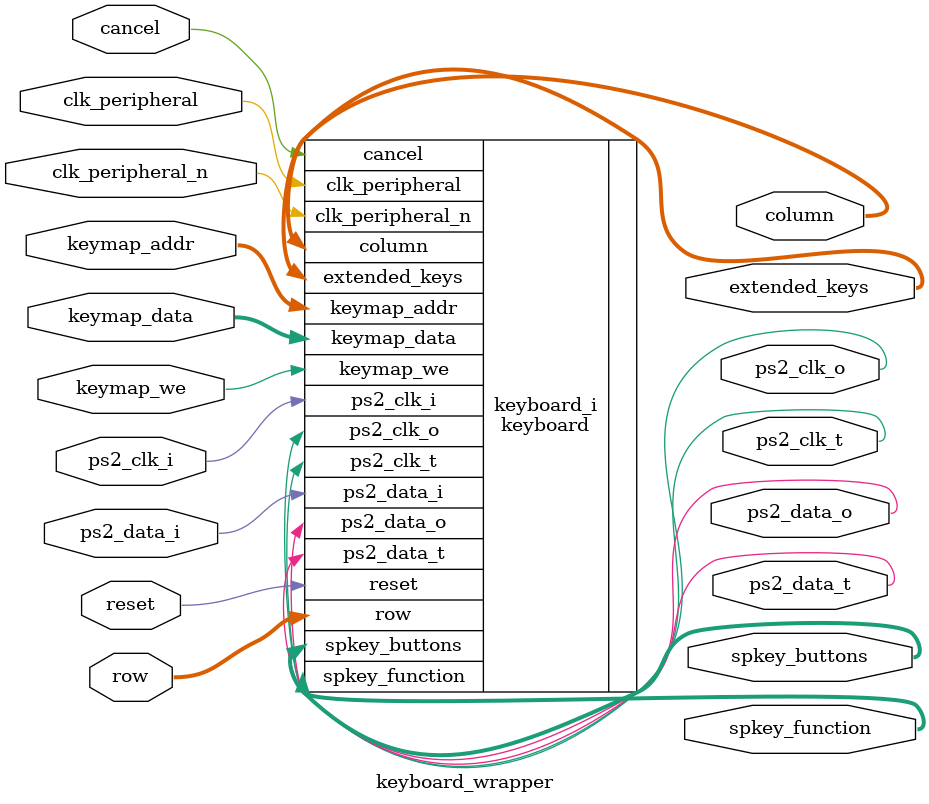
<source format=v>
`timescale 1 ps / 1 ps

module keyboard_wrapper
   (cancel,
    clk_peripheral,
    clk_peripheral_n,
    column,
    extended_keys,
    keymap_addr,
    keymap_data,
    keymap_we,
    ps2_clk_i,
    ps2_clk_o,
    ps2_clk_t,
    ps2_data_i,
    ps2_data_o,
    ps2_data_t,
    reset,
    row,
    spkey_buttons,
    spkey_function);
  input cancel;
  input clk_peripheral;
  input clk_peripheral_n;
  output [4:0]column;
  output [15:0]extended_keys;
  input [8:0]keymap_addr;
  input [7:0]keymap_data;
  input keymap_we;
  input ps2_clk_i;
  output ps2_clk_o;
  output ps2_clk_t;
  input ps2_data_i;
  output ps2_data_o;
  output ps2_data_t;
  input reset;
  input [7:0]row;
  output [1:0]spkey_buttons;
  output [10:1]spkey_function;

  wire cancel;
  wire clk_peripheral;
  wire clk_peripheral_n;
  wire [4:0]column;
  wire [15:0]extended_keys;
  wire [8:0]keymap_addr;
  wire [7:0]keymap_data;
  wire keymap_we;
  wire ps2_clk_i;
  wire ps2_clk_o;
  wire ps2_clk_t;
  wire ps2_data_i;
  wire ps2_data_o;
  wire ps2_data_t;
  wire reset;
  wire [7:0]row;
  wire [1:0]spkey_buttons;
  wire [10:1]spkey_function;

  keyboard keyboard_i
       (.cancel(cancel),
        .clk_peripheral(clk_peripheral),
        .clk_peripheral_n(clk_peripheral_n),
        .column(column),
        .extended_keys(extended_keys),
        .keymap_addr(keymap_addr),
        .keymap_data(keymap_data),
        .keymap_we(keymap_we),
        .ps2_clk_i(ps2_clk_i),
        .ps2_clk_o(ps2_clk_o),
        .ps2_clk_t(ps2_clk_t),
        .ps2_data_i(ps2_data_i),
        .ps2_data_o(ps2_data_o),
        .ps2_data_t(ps2_data_t),
        .reset(reset),
        .row(row),
        .spkey_buttons(spkey_buttons),
        .spkey_function(spkey_function));
endmodule

</source>
